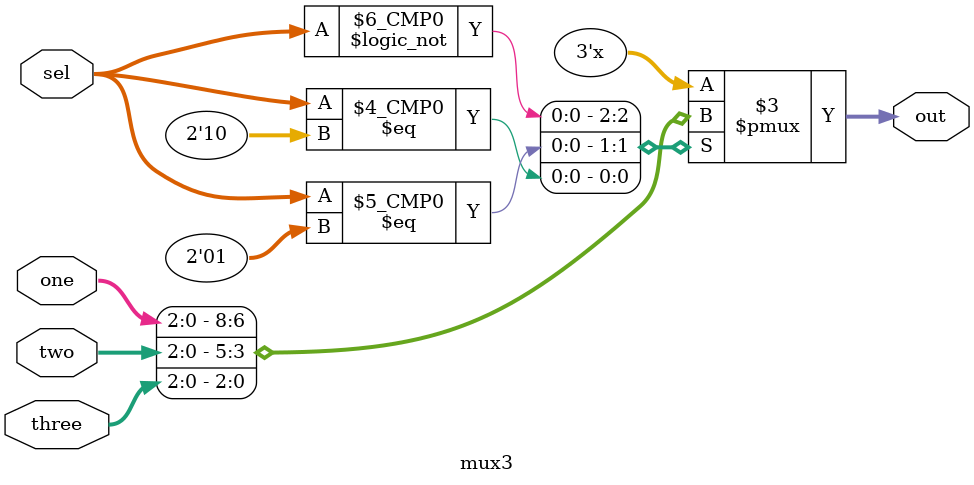
<source format=sv>

module instruction_decoder(


input [15:0] instruction_register,
input [1:0] nsel,
output [2:0] opcode,
output [1:0] op,
output [1:0] shift,
output [1:0] ALUop,
output [15:0] sximm5,
output [15:0] sximm8,
output [2:0] readnum, writenum

);

wire [2:0] Rm;
wire [2:0] Rd;
wire [2:0] Rn;
wire [7:0] imm8;
wire [4:0] imm5;
wire [2:0] muxout;

assign opcode = instruction_register[15:13];
assign op = instruction_register[12:11];
assign ALUop = instruction_register[12:11];
assign shift = instruction_register[4:3];

assign Rn = instruction_register[10:8];
assign Rd = instruction_register[7:5];
assign Rm = instruction_register[2:0];

//sign extends each imm8 and imm5, depending on if the value is pos or neg
assign sximm5 = {instruction_register[4] ? 11'b11111111111 : 11'b0, instruction_register[4:0]}; // if most significant bit is 1 (number is negative) sets all front bits to 1, else sets them to 0
assign sximm8 = {instruction_register[7] ? 8'b11111111 : 8'b0, instruction_register[7:0]}; //does the same for imm8

mux3 mux3(.one(Rn), .two(Rd), .three(Rm), .sel(nsel), .out(muxout));


assign readnum = muxout;
assign writenum = muxout;



endmodule



module mux3(one, two, three, sel, out);

input[2:0] one, two, three;
input [1:0] sel;
output reg [2:0] out;

always@(*) begin


case(sel) 
2'b00: out = one;
2'b01: out = two;
2'b10: out = three;
default:
out = 3'bxxx;
endcase
end
endmodule
</source>
